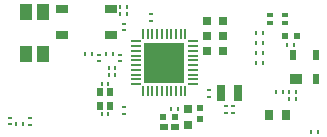
<source format=gtp>
G04*
G04 #@! TF.GenerationSoftware,Altium Limited,Altium Designer,21.7.2 (23)*
G04*
G04 Layer_Color=8421504*
%FSLAX24Y24*%
%MOIN*%
G70*
G04*
G04 #@! TF.SameCoordinates,43C8A9C3-E03B-469C-A9E8-94EB88380565*
G04*
G04*
G04 #@! TF.FilePolarity,Positive*
G04*
G01*
G75*
%ADD16R,0.0106X0.0118*%
%ADD17R,0.0256X0.0197*%
%ADD18R,0.0315X0.0295*%
%ADD19R,0.0118X0.0106*%
%ADD20R,0.0236X0.0197*%
%ADD21R,0.0295X0.0315*%
%ADD22R,0.0197X0.0236*%
%ADD23R,0.0295X0.0551*%
%ADD24R,0.0217X0.0256*%
%ADD25R,0.0413X0.0551*%
%ADD26R,0.0413X0.0256*%
%ADD27R,0.0197X0.0157*%
%ADD28R,0.0300X0.0320*%
%ADD29R,0.0236X0.0335*%
%ADD30R,0.0394X0.0335*%
%ADD31R,0.1378X0.1378*%
%ADD32O,0.0079X0.0335*%
%ADD33O,0.0335X0.0079*%
D16*
X10622Y4120D02*
D03*
X10398D02*
D03*
X10622Y3787D02*
D03*
X10398D02*
D03*
X10622Y3453D02*
D03*
X10398D02*
D03*
X10622Y3120D02*
D03*
X10398D02*
D03*
X6087Y4983D02*
D03*
X5862D02*
D03*
X2398Y1080D02*
D03*
X2622D02*
D03*
X4915Y3413D02*
D03*
X4691D02*
D03*
X5624D02*
D03*
X5400D02*
D03*
X12442Y830D02*
D03*
X12218D02*
D03*
X11722Y2160D02*
D03*
X11498D02*
D03*
X5861Y4747D02*
D03*
X6086D02*
D03*
X11652Y3720D02*
D03*
X11428D02*
D03*
X11282Y2160D02*
D03*
X11058D02*
D03*
X11722Y1930D02*
D03*
X11498D02*
D03*
X7770Y1606D02*
D03*
X7546D02*
D03*
X5471Y2723D02*
D03*
X5695D02*
D03*
X5695Y2953D02*
D03*
X5471D02*
D03*
X5241Y1423D02*
D03*
X5465D02*
D03*
X5465Y2423D02*
D03*
X5241D02*
D03*
D17*
X7676Y992D02*
D03*
X7302D02*
D03*
D18*
X8110Y1061D02*
D03*
Y1593D02*
D03*
D19*
X2170Y1088D02*
D03*
Y1312D02*
D03*
X2850Y1078D02*
D03*
Y1302D02*
D03*
X9606Y1461D02*
D03*
Y1685D02*
D03*
X9370Y1461D02*
D03*
Y1685D02*
D03*
X5984Y1441D02*
D03*
Y1665D02*
D03*
Y4438D02*
D03*
Y4213D02*
D03*
X6900Y4746D02*
D03*
Y4522D02*
D03*
X8809Y1992D02*
D03*
Y2217D02*
D03*
X5157Y3407D02*
D03*
Y3183D02*
D03*
X5866Y3407D02*
D03*
Y3183D02*
D03*
D20*
X11747Y4020D02*
D03*
X11353D02*
D03*
X7293Y1331D02*
D03*
X7687D02*
D03*
D21*
X8750Y4528D02*
D03*
X9281D02*
D03*
X8740Y4033D02*
D03*
X9272D02*
D03*
X8740Y3532D02*
D03*
X9272D02*
D03*
D22*
X8504Y1248D02*
D03*
Y1642D02*
D03*
D23*
X9203Y2124D02*
D03*
X9774D02*
D03*
D24*
X5520Y2159D02*
D03*
X5186D02*
D03*
Y1706D02*
D03*
X5520Y1706D02*
D03*
D25*
X2722Y3421D02*
D03*
X3293D02*
D03*
Y4839D02*
D03*
X2722D02*
D03*
D26*
X3906Y4914D02*
D03*
X5539Y4914D02*
D03*
X3906Y4067D02*
D03*
X5539Y4067D02*
D03*
D27*
X11356Y4738D02*
D03*
X10844D02*
D03*
Y4462D02*
D03*
X11356D02*
D03*
D28*
X10825Y1400D02*
D03*
X11375D02*
D03*
D29*
X11626Y3404D02*
D03*
X12374D02*
D03*
Y2596D02*
D03*
D30*
X11705D02*
D03*
D31*
X7323Y3138D02*
D03*
D32*
X8031Y2193D02*
D03*
X7874D02*
D03*
X7717D02*
D03*
X7559D02*
D03*
X7402D02*
D03*
X7244D02*
D03*
X7087D02*
D03*
X6929D02*
D03*
X6772D02*
D03*
X6614D02*
D03*
Y4083D02*
D03*
X6772D02*
D03*
X6929D02*
D03*
X7087D02*
D03*
X7244D02*
D03*
X7402D02*
D03*
X7559D02*
D03*
X7717D02*
D03*
X7874D02*
D03*
X8031D02*
D03*
D33*
X6378Y2429D02*
D03*
Y2587D02*
D03*
Y2744D02*
D03*
Y2902D02*
D03*
Y3059D02*
D03*
Y3217D02*
D03*
Y3374D02*
D03*
Y3532D02*
D03*
Y3689D02*
D03*
Y3846D02*
D03*
X8268D02*
D03*
Y3689D02*
D03*
Y3532D02*
D03*
Y3374D02*
D03*
Y3217D02*
D03*
Y3059D02*
D03*
Y2902D02*
D03*
Y2744D02*
D03*
Y2587D02*
D03*
Y2429D02*
D03*
M02*

</source>
